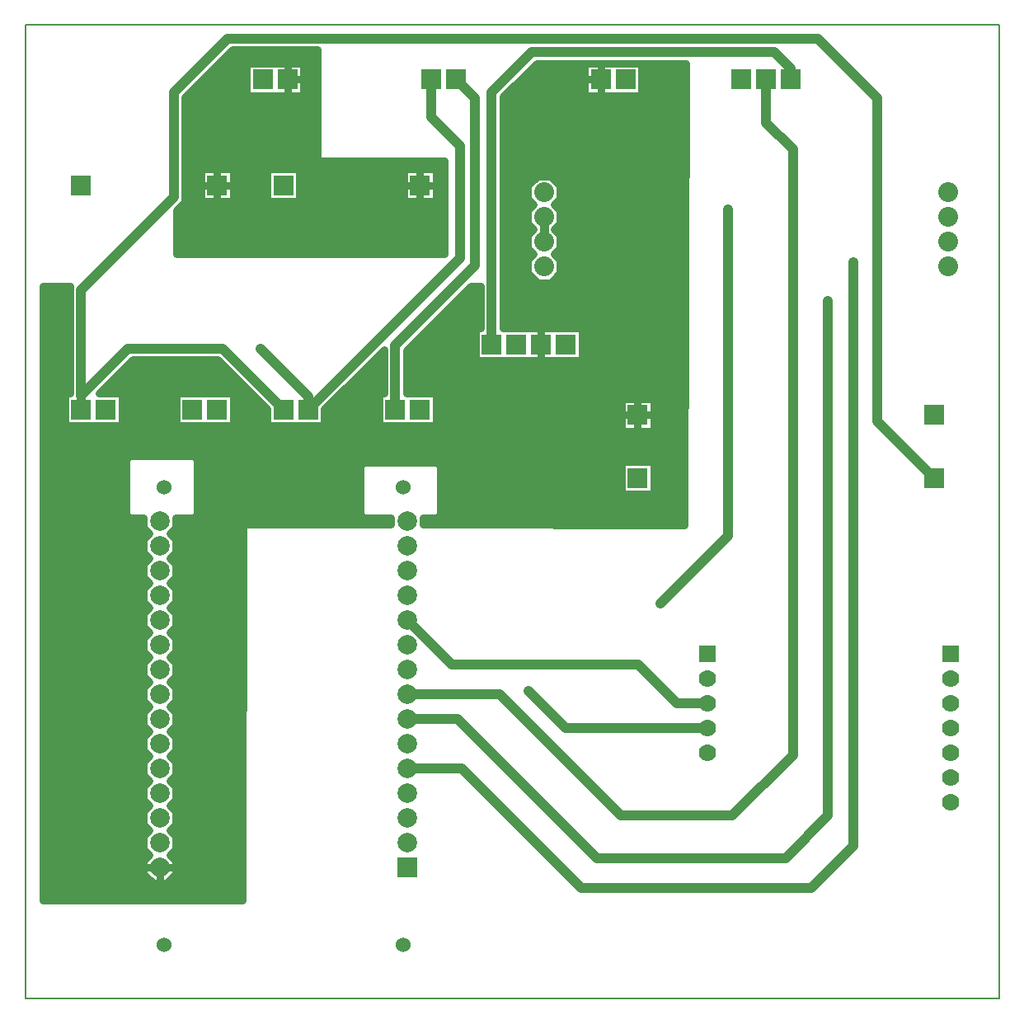
<source format=gbr>
G04 PROTEUS GERBER X2 FILE*
%TF.GenerationSoftware,Labcenter,Proteus,8.13-SP0-Build31525*%
%TF.CreationDate,2025-07-06T18:18:02+00:00*%
%TF.FileFunction,Copper,L1,Top*%
%TF.FilePolarity,Positive*%
%TF.Part,Single*%
%TF.SameCoordinates,{7c6f6ce9-c7c3-4c68-b218-349a6216ac96}*%
%FSLAX45Y45*%
%MOMM*%
G01*
%TA.AperFunction,Conductor*%
%ADD10C,0.889000*%
%ADD11C,1.016000*%
%TA.AperFunction,ViaPad*%
%ADD12C,0.762000*%
%TA.AperFunction,Conductor*%
%ADD13C,0.762000*%
%TA.AperFunction,ComponentPad*%
%ADD14R,2.032000X2.032000*%
%TA.AperFunction,ComponentPad*%
%ADD15C,2.032000*%
%TA.AperFunction,ComponentPad*%
%ADD16R,2.000000X2.000000*%
%ADD17C,2.000000*%
%ADD18C,1.524000*%
%TA.AperFunction,ComponentPad*%
%ADD19R,1.778000X1.778000*%
%ADD70C,1.778000*%
%TA.AperFunction,Profile*%
%ADD71C,0.203200*%
%TD.AperFunction*%
G36*
X+1769956Y-139957D02*
X-916501Y-134040D01*
X-916501Y-63500D01*
X-773698Y-63500D01*
X-736500Y-26302D01*
X-736500Y+466302D01*
X-773698Y+503500D01*
X-1526302Y+503500D01*
X-1563500Y+466302D01*
X-1563500Y-26302D01*
X-1526302Y-63500D01*
X-1243499Y-63500D01*
X-1243499Y-133320D01*
X-2761350Y-129977D01*
X-2770044Y-3989957D01*
X-4820044Y-3989957D01*
X-4820044Y+2320043D01*
X-4544299Y+2320043D01*
X-4544299Y+1215099D01*
X-4595099Y+1215099D01*
X-4595099Y+884901D01*
X-4010901Y+884901D01*
X-4010901Y+1215099D01*
X-4242969Y+1215099D01*
X-3897786Y+1560282D01*
X-3021924Y+1560282D01*
X-2515099Y+1053457D01*
X-2515099Y+884901D01*
X-1930901Y+884901D01*
X-1930901Y+1053457D01*
X-1318299Y+1666059D01*
X-1318299Y+1215099D01*
X-1369099Y+1215099D01*
X-1369099Y+884901D01*
X-784901Y+884901D01*
X-784901Y+1215099D01*
X-1089701Y+1215099D01*
X-1089701Y+1658960D01*
X-428618Y+2320043D01*
X-325299Y+2320043D01*
X-325299Y+1885099D01*
X-376099Y+1885099D01*
X-376099Y+1554901D01*
X+716099Y+1554901D01*
X+716099Y+1885099D01*
X-96701Y+1885099D01*
X-96701Y+4261657D01*
X+247343Y+4605701D01*
X+1779543Y+4605701D01*
X+1769956Y-139957D01*
G37*
%LPC*%
G36*
X-3236500Y+536302D02*
X-3236500Y-26302D01*
X-3273698Y-63500D01*
X-3456501Y-63500D01*
X-3456501Y-163724D01*
X-3515777Y-223000D01*
X-3456501Y-282276D01*
X-3456501Y-417724D01*
X-3515777Y-477000D01*
X-3456501Y-536276D01*
X-3456501Y-671724D01*
X-3515777Y-731000D01*
X-3456501Y-790276D01*
X-3456501Y-925724D01*
X-3515777Y-985000D01*
X-3456501Y-1044276D01*
X-3456501Y-1179724D01*
X-3515777Y-1239000D01*
X-3456501Y-1298276D01*
X-3456501Y-1433724D01*
X-3515777Y-1493000D01*
X-3456501Y-1552276D01*
X-3456501Y-1687724D01*
X-3515777Y-1747000D01*
X-3456501Y-1806276D01*
X-3456501Y-1941724D01*
X-3515777Y-2001000D01*
X-3456501Y-2060276D01*
X-3456501Y-2195724D01*
X-3515777Y-2255000D01*
X-3456501Y-2314276D01*
X-3456501Y-2449724D01*
X-3515777Y-2509000D01*
X-3456501Y-2568276D01*
X-3456501Y-2703724D01*
X-3515777Y-2763000D01*
X-3456501Y-2822276D01*
X-3456501Y-2957724D01*
X-3515777Y-3017000D01*
X-3456501Y-3076276D01*
X-3456501Y-3211724D01*
X-3515777Y-3271000D01*
X-3456501Y-3330276D01*
X-3456501Y-3465724D01*
X-3515777Y-3525000D01*
X-3456501Y-3584276D01*
X-3456501Y-3719724D01*
X-3552276Y-3815499D01*
X-3687724Y-3815499D01*
X-3783499Y-3719724D01*
X-3783499Y-3584276D01*
X-3724223Y-3525000D01*
X-3783499Y-3465724D01*
X-3783499Y-3330276D01*
X-3724223Y-3271000D01*
X-3783499Y-3211724D01*
X-3783499Y-3076276D01*
X-3724223Y-3017000D01*
X-3783499Y-2957724D01*
X-3783499Y-2822276D01*
X-3724223Y-2763000D01*
X-3783499Y-2703724D01*
X-3783499Y-2568276D01*
X-3724223Y-2509000D01*
X-3783499Y-2449724D01*
X-3783499Y-2314276D01*
X-3724223Y-2255000D01*
X-3783499Y-2195724D01*
X-3783499Y-2060276D01*
X-3724223Y-2001000D01*
X-3783499Y-1941724D01*
X-3783499Y-1806276D01*
X-3724223Y-1747000D01*
X-3783499Y-1687724D01*
X-3783499Y-1552276D01*
X-3724223Y-1493000D01*
X-3783499Y-1433724D01*
X-3783499Y-1298276D01*
X-3724223Y-1239000D01*
X-3783499Y-1179724D01*
X-3783499Y-1044276D01*
X-3724223Y-985000D01*
X-3783499Y-925724D01*
X-3783499Y-790276D01*
X-3724223Y-731000D01*
X-3783499Y-671724D01*
X-3783499Y-536276D01*
X-3724223Y-477000D01*
X-3783499Y-417724D01*
X-3783499Y-282276D01*
X-3724223Y-223000D01*
X-3783499Y-163724D01*
X-3783499Y-63500D01*
X-3926302Y-63500D01*
X-3963500Y-26302D01*
X-3963500Y+536302D01*
X-3926302Y+573500D01*
X-3273698Y+573500D01*
X-3236500Y+536302D01*
G37*
G36*
X-2864901Y+884901D02*
X-3449099Y+884901D01*
X-3449099Y+1215099D01*
X-2864901Y+1215099D01*
X-2864901Y+884901D01*
G37*
G36*
X+1119901Y+1160099D02*
X+1450099Y+1160099D01*
X+1450099Y+829901D01*
X+1119901Y+829901D01*
X+1119901Y+1160099D01*
G37*
G36*
X+1119901Y+510099D02*
X+1450099Y+510099D01*
X+1450099Y+179901D01*
X+1119901Y+179901D01*
X+1119901Y+510099D01*
G37*
G36*
X+1329099Y+4274901D02*
X+744901Y+4274901D01*
X+744901Y+4605099D01*
X+1329099Y+4605099D01*
X+1329099Y+4274901D01*
G37*
G36*
X+490099Y+3349386D02*
X+490099Y+3212614D01*
X+431485Y+3154000D01*
X+490099Y+3095386D01*
X+490099Y+2958614D01*
X+432949Y+2901464D01*
X+432949Y+2898536D01*
X+490099Y+2841386D01*
X+490099Y+2704614D01*
X+431485Y+2646000D01*
X+490099Y+2587386D01*
X+490099Y+2450614D01*
X+393386Y+2353901D01*
X+256614Y+2353901D01*
X+159901Y+2450614D01*
X+159901Y+2587386D01*
X+218515Y+2646000D01*
X+159901Y+2704614D01*
X+159901Y+2841386D01*
X+217051Y+2898536D01*
X+217051Y+2901464D01*
X+159901Y+2958614D01*
X+159901Y+3095386D01*
X+218515Y+3154000D01*
X+159901Y+3212614D01*
X+159901Y+3349386D01*
X+256614Y+3446099D01*
X+393386Y+3446099D01*
X+490099Y+3349386D01*
G37*
%LPD*%
G36*
X-2000000Y+3600000D02*
X-700000Y+3600000D01*
X-700000Y+2650000D01*
X-3450000Y+2650000D01*
X-3450000Y+3094994D01*
X-3360832Y+3184162D01*
X-3360832Y+4258294D01*
X-2873425Y+4745701D01*
X-2000000Y+4745701D01*
X-2000000Y+3600000D01*
G37*
%LPC*%
G36*
X-2144901Y+4274901D02*
X-2729099Y+4274901D01*
X-2729099Y+4605099D01*
X-2144901Y+4605099D01*
X-2144901Y+4274901D01*
G37*
G36*
X-2864901Y+3515099D02*
X-2864901Y+3184901D01*
X-3195099Y+3184901D01*
X-3195099Y+3515099D01*
X-2864901Y+3515099D01*
G37*
G36*
X-784901Y+3515099D02*
X-784901Y+3184901D01*
X-1115099Y+3184901D01*
X-1115099Y+3515099D01*
X-784901Y+3515099D01*
G37*
G36*
X-2184901Y+3515099D02*
X-2184901Y+3184901D01*
X-2515099Y+3184901D01*
X-2515099Y+3515099D01*
X-2184901Y+3515099D01*
G37*
%LPD*%
D10*
X+325000Y+3027000D02*
X+325000Y+2780173D01*
X+317270Y+2772443D01*
X+325000Y+2773000D01*
D11*
X-1204000Y+1050000D02*
X-1204000Y+1706303D01*
X-380000Y+2530303D01*
X-380000Y+4244000D01*
X-576000Y+4440000D01*
X-2096000Y+1050000D02*
X-540000Y+2606000D01*
X-540000Y+3760000D01*
X-830000Y+4050000D01*
X-830000Y+4440000D01*
D10*
X-4430000Y+1050000D02*
X-4430000Y+1189710D01*
D11*
X-3945130Y+1674580D01*
X-2974580Y+1674580D01*
X-2350000Y+1050000D01*
X-2583575Y+1670087D02*
X-2096000Y+1182512D01*
X-2096000Y+1050000D01*
X+3504138Y+2562505D02*
X+3504138Y-3430486D01*
X+3067246Y-3867378D01*
X+712075Y-3867378D01*
X-516284Y-2639019D01*
X-1076981Y-2639019D01*
X-1080000Y-2636000D01*
X+3242010Y+2164313D02*
X+3242010Y-3122717D01*
X+2809622Y-3555105D01*
X+865106Y-3555105D01*
X-559607Y-2130392D01*
X-1077608Y-2130392D01*
X-1080000Y-2128000D01*
X-4430000Y+1189710D02*
X-4430000Y+2276636D01*
X-3475131Y+3231505D01*
X-3475131Y+4305637D01*
X-2920768Y+4860000D01*
X+3137565Y+4860000D01*
X+3748782Y+4248782D01*
X+3748782Y+931218D01*
X+4335000Y+345000D01*
X-211000Y+1720000D02*
X-211000Y+4309000D01*
X+200000Y+4720000D01*
X+2690000Y+4720000D01*
X+2858000Y+4552000D01*
X+2858000Y+4440000D01*
X-1080000Y-1112000D02*
X-620584Y-1571416D01*
X+1295641Y-1571416D01*
X+1688225Y-1964000D01*
X+2000000Y-1964000D01*
X+2217956Y+3108263D02*
X+2217956Y-250651D01*
X+1521836Y-946771D01*
X+2604000Y+4440000D02*
X+2604000Y+3996000D01*
X+2880000Y+3720000D01*
X+2880000Y-2500000D01*
X+2260000Y-3120000D01*
X+1116109Y-3120000D01*
X-128975Y-1874916D01*
X-1079084Y-1874916D01*
X-1080000Y-1874000D01*
X+163047Y-1837346D02*
X+543701Y-2218000D01*
X+2000000Y-2218000D01*
D12*
X-2583575Y+1670087D03*
X+3504138Y+2562505D03*
X+3242010Y+2164313D03*
X+2217956Y+3108263D03*
X+1521836Y-946771D03*
X+163047Y-1837346D03*
D13*
X+1769956Y-139957D02*
X-916501Y-134040D01*
X-916501Y-63500D01*
X-773698Y-63500D01*
X-736500Y-26302D01*
X-736500Y+466302D01*
X-773698Y+503500D01*
X-1526302Y+503500D01*
X-1563500Y+466302D01*
X-1563500Y-26302D01*
X-1526302Y-63500D01*
X-1243499Y-63500D01*
X-1243499Y-133320D01*
X-2761350Y-129977D01*
X-2770044Y-3989957D01*
X-4820044Y-3989957D01*
X-4820044Y+2320043D01*
X-4544299Y+2320043D01*
X-4544299Y+1215099D01*
X-4595099Y+1215099D01*
X-4595099Y+884901D01*
X-4010901Y+884901D01*
X-4010901Y+1215099D01*
X-4242969Y+1215099D01*
X-3897786Y+1560282D01*
X-3021924Y+1560282D01*
X-2515099Y+1053457D01*
X-2515099Y+884901D01*
X-1930901Y+884901D01*
X-1930901Y+1053457D01*
X-1318299Y+1666059D01*
X-1318299Y+1215099D01*
X-1369099Y+1215099D01*
X-1369099Y+884901D01*
X-784901Y+884901D01*
X-784901Y+1215099D01*
X-1089701Y+1215099D01*
X-1089701Y+1658960D01*
X-428618Y+2320043D01*
X-325299Y+2320043D01*
X-325299Y+1885099D01*
X-376099Y+1885099D01*
X-376099Y+1554901D01*
X+716099Y+1554901D01*
X+716099Y+1885099D01*
X-96701Y+1885099D01*
X-96701Y+4261657D01*
X+247343Y+4605701D01*
X+1779543Y+4605701D01*
X+1769956Y-139957D01*
X-3236500Y+536302D02*
X-3236500Y-26302D01*
X-3273698Y-63500D01*
X-3456501Y-63500D01*
X-3456501Y-163724D01*
X-3515777Y-223000D01*
X-3456501Y-282276D01*
X-3456501Y-417724D01*
X-3515777Y-477000D01*
X-3456501Y-536276D01*
X-3456501Y-671724D01*
X-3515777Y-731000D01*
X-3456501Y-790276D01*
X-3456501Y-925724D01*
X-3515777Y-985000D01*
X-3456501Y-1044276D01*
X-3456501Y-1179724D01*
X-3515777Y-1239000D01*
X-3456501Y-1298276D01*
X-3456501Y-1433724D01*
X-3515777Y-1493000D01*
X-3456501Y-1552276D01*
X-3456501Y-1687724D01*
X-3515777Y-1747000D01*
X-3456501Y-1806276D01*
X-3456501Y-1941724D01*
X-3515777Y-2001000D01*
X-3456501Y-2060276D01*
X-3456501Y-2195724D01*
X-3515777Y-2255000D01*
X-3456501Y-2314276D01*
X-3456501Y-2449724D01*
X-3515777Y-2509000D01*
X-3456501Y-2568276D01*
X-3456501Y-2703724D01*
X-3515777Y-2763000D01*
X-3456501Y-2822276D01*
X-3456501Y-2957724D01*
X-3515777Y-3017000D01*
X-3456501Y-3076276D01*
X-3456501Y-3211724D01*
X-3515777Y-3271000D01*
X-3456501Y-3330276D01*
X-3456501Y-3465724D01*
X-3515777Y-3525000D01*
X-3456501Y-3584276D01*
X-3456501Y-3719724D01*
X-3552276Y-3815499D01*
X-3687724Y-3815499D01*
X-3783499Y-3719724D01*
X-3783499Y-3584276D01*
X-3724223Y-3525000D01*
X-3783499Y-3465724D01*
X-3783499Y-3330276D01*
X-3724223Y-3271000D01*
X-3783499Y-3211724D01*
X-3783499Y-3076276D01*
X-3724223Y-3017000D01*
X-3783499Y-2957724D01*
X-3783499Y-2822276D01*
X-3724223Y-2763000D01*
X-3783499Y-2703724D01*
X-3783499Y-2568276D01*
X-3724223Y-2509000D01*
X-3783499Y-2449724D01*
X-3783499Y-2314276D01*
X-3724223Y-2255000D01*
X-3783499Y-2195724D01*
X-3783499Y-2060276D01*
X-3724223Y-2001000D01*
X-3783499Y-1941724D01*
X-3783499Y-1806276D01*
X-3724223Y-1747000D01*
X-3783499Y-1687724D01*
X-3783499Y-1552276D01*
X-3724223Y-1493000D01*
X-3783499Y-1433724D01*
X-3783499Y-1298276D01*
X-3724223Y-1239000D01*
X-3783499Y-1179724D01*
X-3783499Y-1044276D01*
X-3724223Y-985000D01*
X-3783499Y-925724D01*
X-3783499Y-790276D01*
X-3724223Y-731000D01*
X-3783499Y-671724D01*
X-3783499Y-536276D01*
X-3724223Y-477000D01*
X-3783499Y-417724D01*
X-3783499Y-282276D01*
X-3724223Y-223000D01*
X-3783499Y-163724D01*
X-3783499Y-63500D01*
X-3926302Y-63500D01*
X-3963500Y-26302D01*
X-3963500Y+536302D01*
X-3926302Y+573500D01*
X-3273698Y+573500D01*
X-3236500Y+536302D01*
X-2864901Y+884901D02*
X-3449099Y+884901D01*
X-3449099Y+1215099D01*
X-2864901Y+1215099D01*
X-2864901Y+884901D01*
X+1119901Y+1160099D02*
X+1450099Y+1160099D01*
X+1450099Y+829901D01*
X+1119901Y+829901D01*
X+1119901Y+1160099D01*
X+1119901Y+510099D02*
X+1450099Y+510099D01*
X+1450099Y+179901D01*
X+1119901Y+179901D01*
X+1119901Y+510099D01*
X+1329099Y+4274901D02*
X+744901Y+4274901D01*
X+744901Y+4605099D01*
X+1329099Y+4605099D01*
X+1329099Y+4274901D01*
X+490099Y+3349386D02*
X+490099Y+3212614D01*
X+431485Y+3154000D01*
X+490099Y+3095386D01*
X+490099Y+2958614D01*
X+432949Y+2901464D01*
X+432949Y+2898536D01*
X+490099Y+2841386D01*
X+490099Y+2704614D01*
X+431485Y+2646000D01*
X+490099Y+2587386D01*
X+490099Y+2450614D01*
X+393386Y+2353901D01*
X+256614Y+2353901D01*
X+159901Y+2450614D01*
X+159901Y+2587386D01*
X+218515Y+2646000D01*
X+159901Y+2704614D01*
X+159901Y+2841386D01*
X+217051Y+2898536D01*
X+217051Y+2901464D01*
X+159901Y+2958614D01*
X+159901Y+3095386D01*
X+218515Y+3154000D01*
X+159901Y+3212614D01*
X+159901Y+3349386D01*
X+256614Y+3446099D01*
X+393386Y+3446099D01*
X+490099Y+3349386D01*
X+1119901Y+995000D02*
X+1285000Y+995000D01*
X+1450099Y+995000D02*
X+1285000Y+995000D01*
X+1285000Y+829901D02*
X+1285000Y+995000D01*
X+1285000Y+1160099D02*
X+1285000Y+995000D01*
X+744901Y+4440000D02*
X+910000Y+4440000D01*
X+910000Y+4274901D02*
X+910000Y+4440000D01*
X+910000Y+4605099D02*
X+910000Y+4440000D01*
X-3456501Y-3652000D02*
X-3620000Y-3652000D01*
X-3783499Y-3652000D02*
X-3620000Y-3652000D01*
X-3620000Y-3815499D02*
X-3620000Y-3652000D01*
X+297000Y+1554901D02*
X+297000Y+1720000D01*
X+297000Y+1885099D02*
X+297000Y+1720000D01*
X-2000000Y+3600000D02*
X-700000Y+3600000D01*
X-700000Y+2650000D01*
X-3450000Y+2650000D01*
X-3450000Y+3094994D01*
X-3360832Y+3184162D01*
X-3360832Y+4258294D01*
X-2873425Y+4745701D01*
X-2000000Y+4745701D01*
X-2000000Y+3600000D01*
X-2144901Y+4274901D02*
X-2729099Y+4274901D01*
X-2729099Y+4605099D01*
X-2144901Y+4605099D01*
X-2144901Y+4274901D01*
X-2864901Y+3515099D02*
X-2864901Y+3184901D01*
X-3195099Y+3184901D01*
X-3195099Y+3515099D01*
X-2864901Y+3515099D01*
X-784901Y+3515099D02*
X-784901Y+3184901D01*
X-1115099Y+3184901D01*
X-1115099Y+3515099D01*
X-784901Y+3515099D01*
X-2184901Y+3515099D02*
X-2184901Y+3184901D01*
X-2515099Y+3184901D01*
X-2515099Y+3515099D01*
X-2184901Y+3515099D01*
X-2144901Y+4440000D02*
X-2310000Y+4440000D01*
X-2310000Y+4605099D02*
X-2310000Y+4440000D01*
X-2310000Y+4274901D02*
X-2310000Y+4440000D01*
X-3030000Y+3515099D02*
X-3030000Y+3350000D01*
X-3030000Y+3184901D02*
X-3030000Y+3350000D01*
X-3195099Y+3350000D02*
X-3030000Y+3350000D01*
X-2864901Y+3350000D02*
X-3030000Y+3350000D01*
X-950000Y+3515099D02*
X-950000Y+3350000D01*
X-950000Y+3184901D02*
X-950000Y+3350000D01*
X-1115099Y+3350000D02*
X-950000Y+3350000D01*
X-784901Y+3350000D02*
X-950000Y+3350000D01*
D14*
X-2310000Y+4440000D03*
X-2564000Y+4440000D03*
X-3030000Y+3350000D03*
X-4430000Y+3350000D03*
X-4430000Y+1050000D03*
X-4176000Y+1050000D03*
X-3284000Y+1050000D03*
X-3030000Y+1050000D03*
X-950000Y+3350000D03*
X-2350000Y+3350000D03*
X-2350000Y+1050000D03*
X-2096000Y+1050000D03*
X-1204000Y+1050000D03*
X-950000Y+1050000D03*
X+1285000Y+995000D03*
X+1285000Y+345000D03*
X+4335000Y+345000D03*
X+4335000Y+995000D03*
X+910000Y+4440000D03*
X+1164000Y+4440000D03*
X-830000Y+4440000D03*
X-576000Y+4440000D03*
D15*
X+325000Y+3281000D03*
X+325000Y+3027000D03*
X+325000Y+2773000D03*
X+325000Y+2519000D03*
X+4475000Y+2519000D03*
X+4475000Y+2773000D03*
X+4475000Y+3027000D03*
X+4475000Y+3281000D03*
D14*
X+2858000Y+4440000D03*
X+2604000Y+4440000D03*
X+2350000Y+4440000D03*
D16*
X-1080000Y-3652000D03*
D17*
X-1080000Y-3398000D03*
X-1080000Y-3144000D03*
X-1080000Y-2890000D03*
X-1080000Y-2636000D03*
X-1080000Y-2382000D03*
X-1080000Y-2128000D03*
X-1080000Y-1874000D03*
X-1080000Y-1620000D03*
X-1080000Y-1366000D03*
X-1080000Y-1112000D03*
X-1080000Y-858000D03*
X-1080000Y-604000D03*
X-1080000Y-350000D03*
X-1080000Y-96000D03*
X-3620000Y-96000D03*
X-3620000Y-350000D03*
X-3620000Y-604000D03*
X-3620000Y-858000D03*
X-3620000Y-1112000D03*
X-3620000Y-1366000D03*
X-3620000Y-1620000D03*
X-3620000Y-1874000D03*
X-3620000Y-2128000D03*
X-3620000Y-2382000D03*
X-3620000Y-2636000D03*
X-3620000Y-2890000D03*
X-3620000Y-3144000D03*
X-3620000Y-3398000D03*
X-3620000Y-3652000D03*
D18*
X-1122000Y+247000D03*
X-3573010Y+247000D03*
X-3573010Y-4447000D03*
X-1122000Y-4447000D03*
D14*
X-211000Y+1720000D03*
X+43000Y+1720000D03*
X+297000Y+1720000D03*
X+551000Y+1720000D03*
D19*
X+2000000Y-1456000D03*
D70*
X+2000000Y-1710000D03*
X+2000000Y-1964000D03*
X+2000000Y-2218000D03*
X+2000000Y-2472000D03*
X+4500000Y-2980000D03*
X+4500000Y-2726000D03*
X+4500000Y-2472000D03*
X+4500000Y-2218000D03*
X+4500000Y-1964000D03*
X+4500000Y-1710000D03*
D19*
X+4500000Y-1456000D03*
D71*
X-5000000Y-5000000D02*
X+5000000Y-5000000D01*
X+5000000Y+5000000D01*
X-5000000Y+5000000D01*
X-5000000Y-5000000D01*
M02*

</source>
